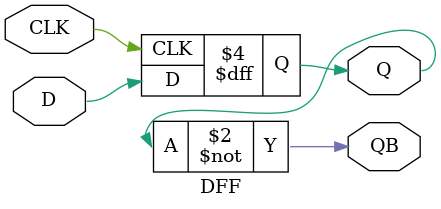
<source format=v>
`timescale 1ns / 1ps
module DFF(D, CLK, Q, QB);
	input D;
	input CLK;
	output Q;
	output QB;
	reg Q = 1'b0;

always @(negedge CLK)
	Q <= D;

assign QB =~ Q;


endmodule

</source>
